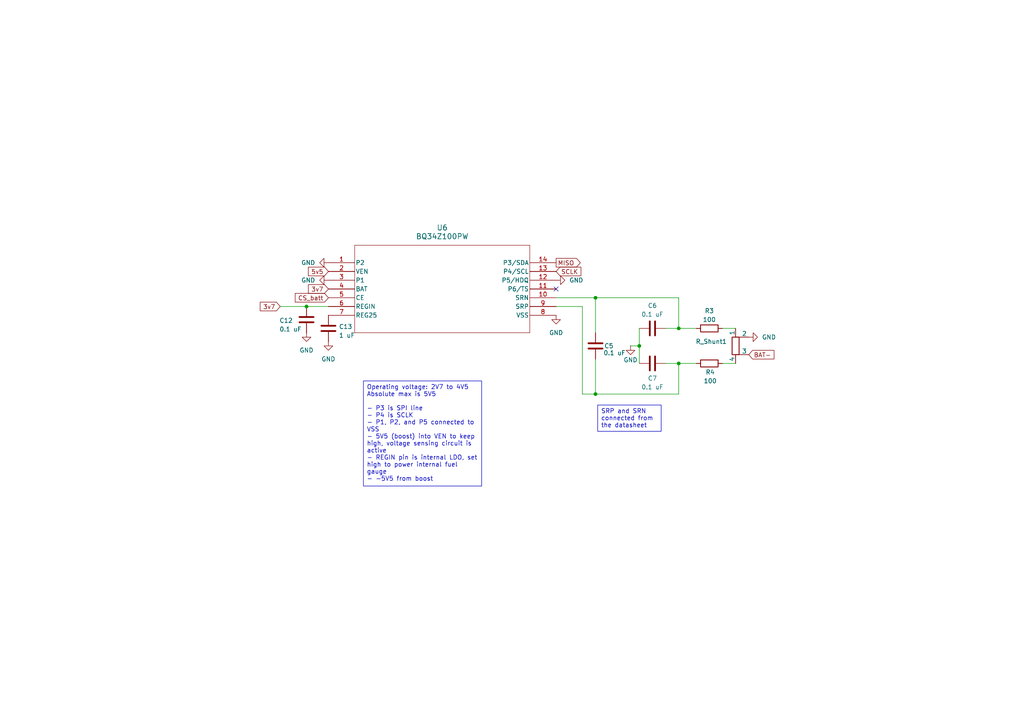
<source format=kicad_sch>
(kicad_sch (version 20250114) (generator "eeschema") (generator_version "9.0")
  (paper "A4")
  (lib_symbols
    (symbol "Device:C" (pin_numbers (hide yes)) (pin_names (offset 0.254))
      (property "Reference" "C" (at 0.635 2.54 0))
      (property "Value" "C" (at 0.635 -2.54 0))
      (symbol "C_0_1"
        (polyline (pts (xy -2.032 0.762) (xy 2.032 0.762)) (stroke (width 0.508)))
        (polyline (pts (xy -2.032 -0.762) (xy 2.032 -0.762)) (stroke (width 0.508)))
      )
      (symbol "C_1_1"
        (pin passive line (at 0 3.81 270) (length 2.794) (name "~") (number "1"))
        (pin passive line (at 0 -3.81 90) (length 2.794) (name "~") (number "2"))
      )
    )
    (symbol "Device:R" (pin_numbers (hide yes)) (pin_names (offset 0))
      (property "Reference" "R" (at 2.032 0 90))
      (property "Value" "R" (at 0 0 90))
      (symbol "R_0_1"
        (rectangle (start -1.016 -2.54) (end 1.016 2.54) (stroke (width 0.254)))
      )
      (symbol "R_1_1"
        (pin passive line (at 0 3.81 270) (length 1.27) (name "~") (number "1"))
        (pin passive line (at 0 -3.81 90) (length 1.27) (name "~") (number "2"))
      )
    )
    (symbol "Device:R_Shunt" (pin_numbers (hide yes)) (pin_names (offset 0))
      (property "Reference" "R" (at -4.445 0 90))
      (property "Value" "R_Shunt" (at -2.54 0 90))
      (symbol "R_Shunt_0_1"
        (rectangle (start -1.016 -2.54) (end 1.016 2.54) (stroke (width 0.254)))
        (polyline (pts (xy 0 -2.54) (xy 1.27 -2.54)))
        (polyline (pts (xy 1.27 2.54) (xy 0 2.54)))
      )
      (symbol "R_Shunt_1_1"
        (pin passive line (at 0 5.08 270) (length 2.54) (name "1") (number "1"))
        (pin passive line (at 0 -5.08 90) (length 2.54) (name "4") (number "4"))
        (pin passive line (at 3.81 2.54 180) (length 2.54) (name "2") (number "2"))
        (pin passive line (at 3.81 -2.54 180) (length 2.54) (name "3") (number "3"))
      )
    )
    (symbol "power:GND" (power) (pin_numbers (hide yes)) (pin_names (offset 0) (hide yes))
      (property "Value" "GND" (at 0 -3.81 0))
      (symbol "GND_0_1"
        (polyline (pts (xy 0 0) (xy 0 -1.27) (xy 1.27 -1.27) (xy 0 -2.54) (xy -1.27 -1.27) (xy 0 -1.27)))
      )
      (symbol "GND_1_1"
        (pin power_in line (at 0 0 270) (length 0) (name "~") (number "1"))
      )
    )
    (symbol "wsg sym lib:BQ34Z100PW" (pin_names (offset 0.254))
      (property "Reference" "U" (at 33.02 10.16 0))
      (property "Value" "BQ34Z100PW" (at 33.02 7.62 0))
      (symbol "BQ34Z100PW_0_1"
        (polyline (pts (xy 7.62 5.08) (xy 7.62 -20.32)) (stroke (width 0.127)))
        (polyline (pts (xy 7.62 -20.32) (xy 58.42 -20.32)) (stroke (width 0.127)))
        (polyline (pts (xy 58.42 5.08) (xy 7.62 5.08)) (stroke (width 0.127)))
        (polyline (pts (xy 58.42 -20.32) (xy 58.42 5.08)) (stroke (width 0.127)))
        (pin output line (at 0 0 0) (length 7.62) (name "P2") (number "1"))
        (pin output line (at 0 -2.54 0) (length 7.62) (name "VEN") (number "2"))
        (pin output line (at 0 -5.08 0) (length 7.62) (name "P1") (number "3"))
        (pin input line (at 0 -7.62 0) (length 7.62) (name "BAT") (number "4"))
        (pin input line (at 0 -10.16 0) (length 7.62) (name "CE") (number "5"))
        (pin power_in line (at 0 -12.7 0) (length 7.62) (name "REGIN") (number "6"))
        (pin power_in line (at 0 -15.24 0) (length 7.62) (name "REG25") (number "7"))
        (pin bidirectional line (at 66.04 0 180) (length 7.62) (name "P3/SDA") (number "14"))
        (pin input line (at 66.04 -2.54 180) (length 7.62) (name "P4/SCL") (number "13"))
        (pin bidirectional line (at 66.04 -5.08 180) (length 7.62) (name "P5/HDQ") (number "12"))
        (pin input line (at 66.04 -7.62 180) (length 7.62) (name "P6/TS") (number "11"))
        (pin input line (at 66.04 -10.16 180) (length 7.62) (name "SRN") (number "10"))
        (pin input line (at 66.04 -12.7 180) (length 7.62) (name "SRP") (number "9"))
        (pin power_in line (at 66.04 -15.24 180) (length 7.62) (name "VSS") (number "8"))
      )
    )
  )
  (text_box "Operating voltage: 2V7 to 4V5\nAbsolute max is 5V5\n\n- P3 is SPI line\n- P4 is SCLK\n- P1, P2, and P5 connected to VSS\n- 5V5 (boost) into VEN to keep high, voltage sensing circuit is active\n- REGIN pin is internal LDO, set high to power internal fuel gauge\n- -5V5 from boost" (at 105.41 110.49 0) (size 34.29 30.48) (margins 0.9525 0.9525 0.9525 0.9525) (effects (font (size 1.27 1.27)) (justify left top)))
  (text_box "SRP and SRN connected from the datasheet" (at 173.355 117.475 0) (size 18.415 7.62) (margins 0.9525 0.9525 0.9525 0.9525) (effects (font (size 1.27 1.27)) (justify left top)))
  (junction (at 196.85 95.25))
  (junction (at 88.9 88.9))
  (junction (at 172.72 114.3))
  (junction (at 172.72 86.36))
  (junction (at 196.85 105.41))
  (junction (at 185.42 100.33))
  (no_connect (at 161.29 83.82))
  (wire (pts (xy 88.9 88.9) (xy 95.25 88.9)))
  (wire (pts (xy 182.88 100.33) (xy 185.42 100.33)))
  (wire (pts (xy 168.91 114.3) (xy 172.72 114.3)))
  (wire (pts (xy 196.85 105.41) (xy 201.93 105.41)))
  (wire (pts (xy 81.28 88.9) (xy 88.9 88.9)))
  (wire (pts (xy 196.85 86.36) (xy 196.85 95.25)))
  (wire (pts (xy 196.85 114.3) (xy 196.85 105.41)))
  (wire (pts (xy 172.72 96.52) (xy 172.72 86.36)))
  (wire (pts (xy 196.85 95.25) (xy 201.93 95.25)))
  (wire (pts (xy 193.04 95.25) (xy 196.85 95.25)))
  (wire (pts (xy 209.55 95.25) (xy 213.36 95.25)))
  (wire (pts (xy 185.42 95.25) (xy 185.42 100.33)))
  (wire (pts (xy 172.72 86.36) (xy 196.85 86.36)))
  (wire (pts (xy 185.42 100.33) (xy 185.42 105.41)))
  (wire (pts (xy 172.72 114.3) (xy 196.85 114.3)))
  (wire (pts (xy 168.91 88.9) (xy 168.91 114.3)))
  (wire (pts (xy 209.55 105.41) (xy 213.36 105.41)))
  (wire (pts (xy 172.72 104.14) (xy 172.72 114.3)))
  (wire (pts (xy 168.91 88.9) (xy 161.29 88.9)))
  (wire (pts (xy 193.04 105.41) (xy 196.85 105.41)))
  (wire (pts (xy 161.29 86.36) (xy 172.72 86.36)))
  (global_label "3v7" (shape input) (at 95.25 83.82 180) (property "Intersheetrefs" "${INTERSHEET_REFS}" (effects (hide yes))))
  (global_label "CS_batt" (shape input) (at 95.25 86.36 180) (property "Intersheetrefs" "${INTERSHEET_REFS}" (effects (hide yes))))
  (global_label "5v5" (shape input) (at 95.25 78.74 180) (property "Intersheetrefs" "${INTERSHEET_REFS}" (effects (hide yes))))
  (global_label "BAT-" (shape input) (at 217.17 102.87 0) (property "Intersheetrefs" "${INTERSHEET_REFS}" (effects (hide yes))))
  (global_label "MISO" (shape output) (at 161.29 76.2 0) (property "Intersheetrefs" "${INTERSHEET_REFS}" (effects (hide yes))))
  (global_label "3v7" (shape input) (at 81.28 88.9 180) (property "Intersheetrefs" "${INTERSHEET_REFS}" (effects (hide yes))))
  (global_label "SCLK" (shape input) (at 161.29 78.74 0) (property "Intersheetrefs" "${INTERSHEET_REFS}" (effects (hide yes))))
  (symbol (lib_id "power:GND") (at 88.9 96.52 0) (unit 1)
    (property "Reference" "#PWR016" (effects (hide yes)))
    (property "Value" "GND" (at 88.9 101.6 0))
    (property "Description" "Power symbol creates a global label with name \"GND\" , ground" (effects (hide yes)))
  )
  (symbol (lib_id "Device:C") (at 88.9 92.71 0) (unit 1)
    (property "Reference" "C12" (at 81.026 92.964 0) (effects (justify left)))
    (property "Value" "0.1 uF" (at 81.026 95.504 0) (effects (justify left)))
    (property "Description" "Unpolarized capacitor" (effects (hide yes)))
  )
  (symbol (lib_id "Device:C") (at 172.72 100.33 0) (unit 1)
    (property "Reference" "C5" (at 175.26 100.33 0) (effects (justify left)))
    (property "Value" "0.1 uF" (at 175.006 102.362 0) (effects (justify left)))
    (property "Description" "Unpolarized capacitor" (effects (hide yes)))
  )
  (symbol (lib_id "power:GND") (at 95.25 76.2 270) (unit 1)
    (property "Reference" "#PWR014" (effects (hide yes)))
    (property "Value" "GND" (at 91.44 76.1999 90) (effects (justify right)))
    (property "Description" "Power symbol creates a global label with name \"GND\" , ground" (effects (hide yes)))
  )
  (symbol (lib_id "power:GND") (at 161.29 81.28 90) (unit 1)
    (property "Reference" "#PWR056" (effects (hide yes)))
    (property "Value" "GND" (at 165.1 81.2799 90) (effects (justify right)))
    (property "Description" "Power symbol creates a global label with name \"GND\" , ground" (effects (hide yes)))
  )
  (symbol (lib_id "Device:R") (at 205.74 105.41 90) (unit 1)
    (property "Reference" "R4" (at 205.994 107.95 90))
    (property "Value" "100" (at 205.994 110.49 90))
    (property "Description" "Resistor" (effects (hide yes)))
  )
  (symbol (lib_id "power:GND") (at 161.29 91.44 0) (unit 1)
    (property "Reference" "#PWR013" (effects (hide yes)))
    (property "Value" "GND" (at 161.29 96.52 0))
    (property "Description" "Power symbol creates a global label with name \"GND\" , ground" (effects (hide yes)))
  )
  (symbol (lib_id "Device:C") (at 189.23 95.25 90) (unit 1)
    (property "Reference" "C6" (at 189.23 88.646 90))
    (property "Value" "0.1 uF" (at 189.23 91.186 90))
    (property "Description" "Unpolarized capacitor" (effects (hide yes)))
  )
  (symbol (lib_id "power:GND") (at 182.88 100.33 0) (unit 1)
    (property "Reference" "#PWR08" (effects (hide yes)))
    (property "Value" "GND" (at 182.88 104.394 0))
    (property "Description" "Power symbol creates a global label with name \"GND\" , ground" (effects (hide yes)))
  )
  (symbol (lib_id "Device:R_Shunt") (at 213.36 100.33 0) (unit 1)
    (property "Reference" "R_Shunt1" (at 210.82 99.0599 0) (effects (justify right)))
    (property "Value" "10mV" (effects (hide yes)))
    (property "Description" "Shunt resistor" (effects (hide yes)))
  )
  (symbol (lib_id "wsg sym lib:BQ34Z100PW") (at 95.25 76.2 0) (unit 1)
    (property "Reference" "U6" (at 128.27 66.04 0) (effects (font (size 1.524 1.524))))
    (property "Value" "BQ34Z100PW" (at 128.27 68.58 0) (effects (font (size 1.524 1.524))))
    (property "Footprint" "PW14_TEX" (effects (hide yes)))
    (property "Datasheet" "https://www.ti.com/lit/gpn/bq34z100" (effects (hide yes)))
  )
  (symbol (lib_id "power:GND") (at 95.25 99.06 0) (unit 1)
    (property "Reference" "#PWR04" (effects (hide yes)))
    (property "Value" "GND" (at 95.25 104.14 0))
    (property "Description" "Power symbol creates a global label with name \"GND\" , ground" (effects (hide yes)))
  )
  (symbol (lib_id "Device:C") (at 95.25 95.25 0) (unit 1)
    (property "Reference" "C13" (at 98.298 94.742 0) (effects (justify left)))
    (property "Value" "1 uF" (at 98.298 97.282 0) (effects (justify left)))
    (property "Description" "Unpolarized capacitor" (effects (hide yes)))
  )
  (symbol (lib_id "power:GND") (at 95.25 81.28 270) (unit 1)
    (property "Reference" "#PWR015" (effects (hide yes)))
    (property "Value" "GND" (at 91.44 81.2799 90) (effects (justify right)))
    (property "Description" "Power symbol creates a global label with name \"GND\" , ground" (effects (hide yes)))
  )
  (symbol (lib_id "Device:C") (at 189.23 105.41 90) (unit 1)
    (property "Reference" "C7" (at 189.23 109.728 90))
    (property "Value" "0.1 uF" (at 189.23 112.268 90))
    (property "Description" "Unpolarized capacitor" (effects (hide yes)))
  )
  (symbol (lib_id "power:GND") (at 217.17 97.79 90) (unit 1)
    (property "Reference" "#PWR028" (effects (hide yes)))
    (property "Value" "GND" (at 220.98 97.7899 90) (effects (justify right)))
    (property "Description" "Power symbol creates a global label with name \"GND\" , ground" (effects (hide yes)))
  )
  (symbol (lib_id "Device:R") (at 205.74 95.25 90) (unit 1)
    (property "Reference" "R3" (at 205.74 90.17 90))
    (property "Value" "100" (at 205.74 92.71 90))
    (property "Description" "Resistor" (effects (hide yes)))
  )
)
</source>
